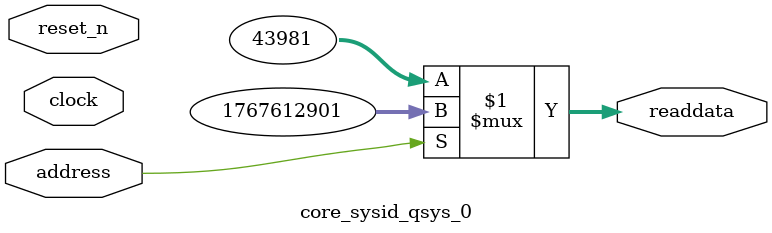
<source format=v>



// synthesis translate_off
`timescale 1ns / 1ps
// synthesis translate_on

// turn off superfluous verilog processor warnings 
// altera message_level Level1 
// altera message_off 10034 10035 10036 10037 10230 10240 10030 

module core_sysid_qsys_0 (
               // inputs:
                address,
                clock,
                reset_n,

               // outputs:
                readdata
             )
;

  output  [ 31: 0] readdata;
  input            address;
  input            clock;
  input            reset_n;

  wire    [ 31: 0] readdata;
  //control_slave, which is an e_avalon_slave
  assign readdata = address ? 1767612901 : 43981;

endmodule



</source>
